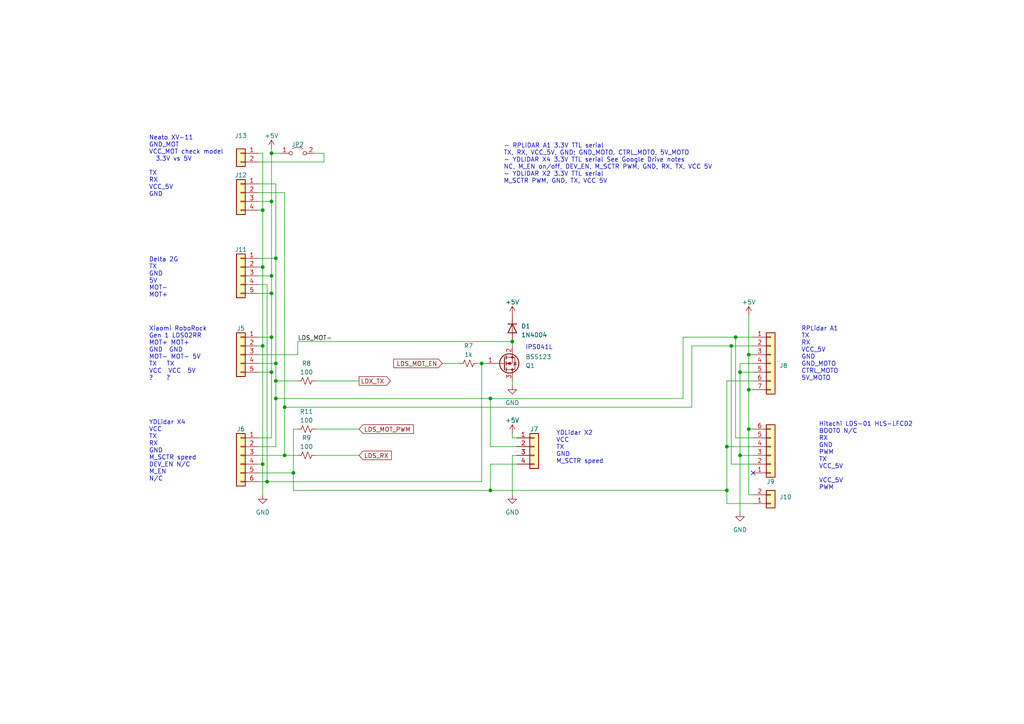
<source format=kicad_sch>
(kicad_sch (version 20230121) (generator eeschema)
  (paper "A4")
  (title_block (title "LDS"))
  (lib_symbols
    (symbol "Connector_Generic:Conn_01x02" (pin_names (offset 1.016) hide)
      (property "Reference" "J" (at 0 2.54 0))
      (property "Value" "Conn_01x02" (at 0 -5.08 0))
      (symbol "Conn_01x02_1_1"
        (rectangle (start -1.27 -2.413) (end 0 -2.667) (stroke (width 0.1524)))
        (rectangle (start -1.27 0.127) (end 0 -0.127) (stroke (width 0.1524)))
        (rectangle (start -1.27 1.27) (end 1.27 -3.81) (stroke (width 0.254)) (fill (type background)))
        (pin passive line (at -5.08 0 0) (length 3.81) (name "Pin_1") (number "1"))
        (pin passive line (at -5.08 -2.54 0) (length 3.81) (name "Pin_2") (number "2"))
      )
    )
    (symbol "Connector_Generic:Conn_01x04" (pin_names (offset 1.016) hide)
      (property "Reference" "J" (at 0 5.08 0))
      (property "Value" "Conn_01x04" (at 0 -7.62 0))
      (symbol "Conn_01x04_1_1"
        (rectangle (start -1.27 -4.953) (end 0 -5.207) (stroke (width 0.1524)))
        (rectangle (start -1.27 -2.413) (end 0 -2.667) (stroke (width 0.1524)))
        (rectangle (start -1.27 0.127) (end 0 -0.127) (stroke (width 0.1524)))
        (rectangle (start -1.27 2.667) (end 0 2.413) (stroke (width 0.1524)))
        (rectangle (start -1.27 3.81) (end 1.27 -6.35) (stroke (width 0.254)) (fill (type background)))
        (pin passive line (at -5.08 2.54 0) (length 3.81) (name "Pin_1") (number "1"))
        (pin passive line (at -5.08 0 0) (length 3.81) (name "Pin_2") (number "2"))
        (pin passive line (at -5.08 -2.54 0) (length 3.81) (name "Pin_3") (number "3"))
        (pin passive line (at -5.08 -5.08 0) (length 3.81) (name "Pin_4") (number "4"))
      )
    )
    (symbol "Connector_Generic:Conn_01x05" (pin_names (offset 1.016) hide)
      (property "Reference" "J" (at 0 7.62 0))
      (property "Value" "Conn_01x05" (at 0 -7.62 0))
      (symbol "Conn_01x05_1_1"
        (rectangle (start -1.27 -4.953) (end 0 -5.207) (stroke (width 0.1524)))
        (rectangle (start -1.27 -2.413) (end 0 -2.667) (stroke (width 0.1524)))
        (rectangle (start -1.27 0.127) (end 0 -0.127) (stroke (width 0.1524)))
        (rectangle (start -1.27 2.667) (end 0 2.413) (stroke (width 0.1524)))
        (rectangle (start -1.27 5.207) (end 0 4.953) (stroke (width 0.1524)))
        (rectangle (start -1.27 6.35) (end 1.27 -6.35) (stroke (width 0.254)) (fill (type background)))
        (pin passive line (at -5.08 5.08 0) (length 3.81) (name "Pin_1") (number "1"))
        (pin passive line (at -5.08 2.54 0) (length 3.81) (name "Pin_2") (number "2"))
        (pin passive line (at -5.08 0 0) (length 3.81) (name "Pin_3") (number "3"))
        (pin passive line (at -5.08 -2.54 0) (length 3.81) (name "Pin_4") (number "4"))
        (pin passive line (at -5.08 -5.08 0) (length 3.81) (name "Pin_5") (number "5"))
      )
    )
    (symbol "Connector_Generic:Conn_01x06" (pin_names (offset 1.016) hide)
      (property "Reference" "J" (at 0 7.62 0))
      (property "Value" "Conn_01x06" (at 0 -10.16 0))
      (symbol "Conn_01x06_1_1"
        (rectangle (start -1.27 -7.493) (end 0 -7.747) (stroke (width 0.1524)))
        (rectangle (start -1.27 -4.953) (end 0 -5.207) (stroke (width 0.1524)))
        (rectangle (start -1.27 -2.413) (end 0 -2.667) (stroke (width 0.1524)))
        (rectangle (start -1.27 0.127) (end 0 -0.127) (stroke (width 0.1524)))
        (rectangle (start -1.27 2.667) (end 0 2.413) (stroke (width 0.1524)))
        (rectangle (start -1.27 5.207) (end 0 4.953) (stroke (width 0.1524)))
        (rectangle (start -1.27 6.35) (end 1.27 -8.89) (stroke (width 0.254)) (fill (type background)))
        (pin passive line (at -5.08 5.08 0) (length 3.81) (name "Pin_1") (number "1"))
        (pin passive line (at -5.08 2.54 0) (length 3.81) (name "Pin_2") (number "2"))
        (pin passive line (at -5.08 0 0) (length 3.81) (name "Pin_3") (number "3"))
        (pin passive line (at -5.08 -2.54 0) (length 3.81) (name "Pin_4") (number "4"))
        (pin passive line (at -5.08 -5.08 0) (length 3.81) (name "Pin_5") (number "5"))
        (pin passive line (at -5.08 -7.62 0) (length 3.81) (name "Pin_6") (number "6"))
      )
    )
    (symbol "Connector_Generic:Conn_01x07" (pin_names (offset 1.016) hide)
      (property "Reference" "J" (at 0 10.16 0))
      (property "Value" "Conn_01x07" (at 0 -10.16 0))
      (symbol "Conn_01x07_1_1"
        (rectangle (start -1.27 -7.493) (end 0 -7.747) (stroke (width 0.1524)))
        (rectangle (start -1.27 -4.953) (end 0 -5.207) (stroke (width 0.1524)))
        (rectangle (start -1.27 -2.413) (end 0 -2.667) (stroke (width 0.1524)))
        (rectangle (start -1.27 0.127) (end 0 -0.127) (stroke (width 0.1524)))
        (rectangle (start -1.27 2.667) (end 0 2.413) (stroke (width 0.1524)))
        (rectangle (start -1.27 5.207) (end 0 4.953) (stroke (width 0.1524)))
        (rectangle (start -1.27 7.747) (end 0 7.493) (stroke (width 0.1524)))
        (rectangle (start -1.27 8.89) (end 1.27 -8.89) (stroke (width 0.254)) (fill (type background)))
        (pin passive line (at -5.08 7.62 0) (length 3.81) (name "Pin_1") (number "1"))
        (pin passive line (at -5.08 5.08 0) (length 3.81) (name "Pin_2") (number "2"))
        (pin passive line (at -5.08 2.54 0) (length 3.81) (name "Pin_3") (number "3"))
        (pin passive line (at -5.08 0 0) (length 3.81) (name "Pin_4") (number "4"))
        (pin passive line (at -5.08 -2.54 0) (length 3.81) (name "Pin_5") (number "5"))
        (pin passive line (at -5.08 -5.08 0) (length 3.81) (name "Pin_6") (number "6"))
        (pin passive line (at -5.08 -7.62 0) (length 3.81) (name "Pin_7") (number "7"))
      )
    )
    (symbol "Device:D" (pin_numbers hide) (pin_names (offset 1.016) hide)
      (property "Reference" "D" (at 0 2.54 0))
      (property "Value" "D" (at 0 -2.54 0))
      (symbol "D_0_1"
        (polyline (pts (xy -1.27 1.27) (xy -1.27 -1.27)) (stroke (width 0.254)))
        (polyline (pts (xy 1.27 0) (xy -1.27 0)))
        (polyline (pts (xy 1.27 1.27) (xy 1.27 -1.27) (xy -1.27 0) (xy 1.27 1.27)) (stroke (width 0.254)))
      )
      (symbol "D_1_1"
        (pin passive line (at -3.81 0 0) (length 2.54) (name "K") (number "1"))
        (pin passive line (at 3.81 0 180) (length 2.54) (name "A") (number "2"))
      )
    )
    (symbol "Device:R_Small_US" (pin_numbers hide) (pin_names (offset 0.254) hide)
      (property "Reference" "R" (at 0.762 0.508 0))
      (property "Value" "R_Small_US" (at 0.762 -1.016 0))
      (symbol "R_Small_US_1_1"
        (polyline (pts (xy 0 0) (xy 1.016 -0.381) (xy 0 -0.762) (xy -1.016 -1.143) (xy 0 -1.524)))
        (polyline (pts (xy 0 1.524) (xy 1.016 1.143) (xy 0 0.762) (xy -1.016 0.381) (xy 0 0)))
        (pin passive line (at 0 2.54 270) (length 1.016) (name "~") (number "1"))
        (pin passive line (at 0 -2.54 90) (length 1.016) (name "~") (number "2"))
      )
    )
    (symbol "Jumper:Jumper_2_Open" (pin_names (offset 0) hide)
      (property "Reference" "JP" (at 0 2.794 0))
      (property "Value" "Jumper_2_Open" (at 0 -2.286 0))
      (symbol "Jumper_2_Open_0_0"
        (circle (center -2.032 0) (radius 0.508))
        (circle (center 2.032 0) (radius 0.508))
      )
      (symbol "Jumper_2_Open_0_1"
        (arc (start 1.524 1.27) (mid 0 1.778) (end -1.524 1.27))
      )
      (symbol "Jumper_2_Open_1_1"
        (pin passive line (at -5.08 0 0) (length 2.54) (name "A") (number "1"))
        (pin passive line (at 5.08 0 180) (length 2.54) (name "B") (number "2"))
      )
    )
    (symbol "Transistor_FET:BSS123" (pin_names hide)
      (property "Reference" "Q" (at 5.08 1.905 0))
      (property "Value" "BSS123" (at 5.08 0 0))
      (symbol "BSS123_0_1"
        (polyline (pts (xy 0.254 0) (xy -2.54 0)))
        (polyline (pts (xy 0.254 1.905) (xy 0.254 -1.905)) (stroke (width 0.254)))
        (polyline (pts (xy 0.762 -1.27) (xy 0.762 -2.286)) (stroke (width 0.254)))
        (polyline (pts (xy 0.762 0.508) (xy 0.762 -0.508)) (stroke (width 0.254)))
        (polyline (pts (xy 0.762 2.286) (xy 0.762 1.27)) (stroke (width 0.254)))
        (polyline (pts (xy 2.54 2.54) (xy 2.54 1.778)))
        (polyline (pts (xy 2.54 -2.54) (xy 2.54 0) (xy 0.762 0)))
        (polyline (pts (xy 0.762 -1.778) (xy 3.302 -1.778) (xy 3.302 1.778) (xy 0.762 1.778)))
        (polyline (pts (xy 1.016 0) (xy 2.032 0.381) (xy 2.032 -0.381) (xy 1.016 0)) (fill (type outline)))
        (polyline (pts (xy 2.794 0.508) (xy 2.921 0.381) (xy 3.683 0.381) (xy 3.81 0.254)))
        (polyline (pts (xy 3.302 0.381) (xy 2.921 -0.254) (xy 3.683 -0.254) (xy 3.302 0.381)))
        (circle (center 1.651 0) (radius 2.794) (stroke (width 0.254)))
        (circle (center 2.54 -1.778) (radius 0.254) (fill (type outline)))
        (circle (center 2.54 1.778) (radius 0.254) (fill (type outline)))
      )
      (symbol "BSS123_1_1"
        (pin input line (at -5.08 0 0) (length 2.54) (name "G") (number "1"))
        (pin passive line (at 2.54 -5.08 90) (length 2.54) (name "S") (number "2"))
        (pin passive line (at 2.54 5.08 270) (length 2.54) (name "D") (number "3"))
      )
    )
    (symbol "power:+5V" (power) (pin_names (offset 0))
      (property "Value" "+5V" (at 0 3.556 0))
      (symbol "+5V_0_1"
        (polyline (pts (xy -0.762 1.27) (xy 0 2.54)))
        (polyline (pts (xy 0 0) (xy 0 2.54)))
        (polyline (pts (xy 0 2.54) (xy 0.762 1.27)))
      )
      (symbol "+5V_1_1"
        (pin power_in line (at 0 0 90) (length 0) hide (name "+5V") (number "1"))
      )
    )
    (symbol "power:GND" (power) (pin_names (offset 0))
      (property "Value" "GND" (at 0 -3.81 0))
      (symbol "GND_0_1"
        (polyline (pts (xy 0 0) (xy 0 -1.27) (xy 1.27 -1.27) (xy 0 -2.54) (xy -1.27 -1.27) (xy 0 -1.27)))
      )
      (symbol "GND_1_1"
        (pin power_in line (at 0 0 270) (length 0) hide (name "GND") (number "1"))
      )
    )
  )
  (junction (at 214.63 132.08))
  (junction (at 78.74 97.79))
  (junction (at 78.74 58.42))
  (junction (at 78.74 107.95))
  (junction (at 217.17 124.46))
  (junction (at 217.17 102.87))
  (junction (at 142.24 115.57))
  (junction (at 210.82 142.24))
  (junction (at 142.24 142.24))
  (junction (at 210.82 129.54))
  (junction (at 80.01 110.49))
  (junction (at 82.55 132.08))
  (junction (at 76.2 60.96))
  (junction (at 139.7 105.41))
  (junction (at 82.55 118.11))
  (junction (at 76.2 77.47))
  (junction (at 80.01 105.41))
  (junction (at 214.63 107.95))
  (junction (at 78.74 44.45))
  (junction (at 76.2 100.33))
  (junction (at 78.74 85.09))
  (junction (at 148.59 99.06))
  (junction (at 77.47 139.7))
  (junction (at 76.2 134.62))
  (junction (at 212.09 100.33))
  (junction (at 213.36 97.79))
  (junction (at 80.01 115.57))
  (junction (at 80.01 74.93))
  (junction (at 78.74 80.01))
  (junction (at 217.17 113.03))
  (junction (at 85.09 137.16))
  (no_connect (at 218.44 137.16))
  (wire (pts (xy 74.93 80.01) (xy 78.74 80.01)))
  (wire (pts (xy 214.63 105.41) (xy 214.63 107.95)))
  (wire (pts (xy 78.74 85.09) (xy 78.74 97.79)))
  (wire (pts (xy 74.93 107.95) (xy 78.74 107.95)))
  (wire (pts (xy 77.47 139.7) (xy 139.7 139.7)))
  (wire (pts (xy 74.93 55.88) (xy 82.55 55.88)))
  (wire (pts (xy 91.44 124.46) (xy 104.14 124.46)))
  (wire (pts (xy 80.01 74.93) (xy 80.01 53.34)))
  (wire (pts (xy 85.09 137.16) (xy 85.09 124.46)))
  (wire (pts (xy 210.82 129.54) (xy 218.44 129.54)))
  (wire (pts (xy 80.01 105.41) (xy 80.01 74.93)))
  (wire (pts (xy 82.55 132.08) (xy 82.55 118.11)))
  (wire (pts (xy 214.63 107.95) (xy 214.63 132.08)))
  (wire (pts (xy 142.24 129.54) (xy 142.24 115.57)))
  (wire (pts (xy 148.59 125.73) (xy 148.59 127)))
  (wire (pts (xy 200.66 118.11) (xy 200.66 100.33)))
  (wire (pts (xy 91.44 44.45) (xy 93.98 44.45)))
  (wire (pts (xy 142.24 142.24) (xy 210.82 142.24)))
  (wire (pts (xy 74.93 134.62) (xy 76.2 134.62)))
  (wire (pts (xy 80.01 110.49) (xy 80.01 105.41)))
  (wire (pts (xy 76.2 60.96) (xy 76.2 44.45)))
  (wire (pts (xy 128.27 105.41) (xy 133.35 105.41)))
  (wire (pts (xy 217.17 124.46) (xy 218.44 124.46)))
  (wire (pts (xy 148.59 127) (xy 149.86 127)))
  (wire (pts (xy 218.44 146.05) (xy 210.82 146.05)))
  (wire (pts (xy 76.2 100.33) (xy 76.2 134.62)))
  (wire (pts (xy 218.44 105.41) (xy 214.63 105.41)))
  (wire (pts (xy 74.93 100.33) (xy 76.2 100.33)))
  (wire (pts (xy 74.93 85.09) (xy 78.74 85.09)))
  (wire (pts (xy 78.74 80.01) (xy 78.74 85.09)))
  (wire (pts (xy 74.93 82.55) (xy 77.47 82.55)))
  (wire (pts (xy 142.24 134.62) (xy 149.86 134.62)))
  (wire (pts (xy 212.09 100.33) (xy 218.44 100.33)))
  (wire (pts (xy 210.82 110.49) (xy 210.82 129.54)))
  (wire (pts (xy 74.93 58.42) (xy 78.74 58.42)))
  (wire (pts (xy 77.47 139.7) (xy 77.47 82.55)))
  (wire (pts (xy 76.2 100.33) (xy 76.2 77.47)))
  (wire (pts (xy 148.59 110.49) (xy 148.59 111.76)))
  (wire (pts (xy 210.82 146.05) (xy 210.82 142.24)))
  (wire (pts (xy 142.24 142.24) (xy 142.24 134.62)))
  (wire (pts (xy 78.74 107.95) (xy 78.74 127)))
  (wire (pts (xy 217.17 102.87) (xy 217.17 113.03)))
  (wire (pts (xy 74.93 139.7) (xy 77.47 139.7)))
  (wire (pts (xy 80.01 115.57) (xy 142.24 115.57)))
  (wire (pts (xy 210.82 129.54) (xy 210.82 142.24)))
  (wire (pts (xy 138.43 105.41) (xy 139.7 105.41)))
  (wire (pts (xy 217.17 143.51) (xy 218.44 143.51)))
  (wire (pts (xy 217.17 124.46) (xy 217.17 143.51)))
  (wire (pts (xy 213.36 97.79) (xy 218.44 97.79)))
  (wire (pts (xy 210.82 110.49) (xy 218.44 110.49)))
  (wire (pts (xy 200.66 100.33) (xy 212.09 100.33)))
  (wire (pts (xy 214.63 107.95) (xy 218.44 107.95)))
  (wire (pts (xy 212.09 100.33) (xy 212.09 134.62)))
  (wire (pts (xy 78.74 58.42) (xy 78.74 80.01)))
  (wire (pts (xy 74.93 129.54) (xy 80.01 129.54)))
  (wire (pts (xy 212.09 134.62) (xy 218.44 134.62)))
  (wire (pts (xy 74.93 46.99) (xy 93.98 46.99)))
  (wire (pts (xy 74.93 44.45) (xy 76.2 44.45)))
  (wire (pts (xy 213.36 97.79) (xy 213.36 127)))
  (wire (pts (xy 82.55 132.08) (xy 86.36 132.08)))
  (wire (pts (xy 85.09 137.16) (xy 85.09 142.24)))
  (wire (pts (xy 214.63 132.08) (xy 218.44 132.08)))
  (wire (pts (xy 78.74 43.18) (xy 78.74 44.45)))
  (wire (pts (xy 86.36 99.06) (xy 148.59 99.06)))
  (wire (pts (xy 85.09 124.46) (xy 86.36 124.46)))
  (wire (pts (xy 78.74 97.79) (xy 78.74 107.95)))
  (wire (pts (xy 217.17 102.87) (xy 218.44 102.87)))
  (wire (pts (xy 78.74 44.45) (xy 78.74 58.42)))
  (wire (pts (xy 82.55 118.11) (xy 200.66 118.11)))
  (wire (pts (xy 80.01 115.57) (xy 80.01 129.54)))
  (wire (pts (xy 149.86 129.54) (xy 142.24 129.54)))
  (wire (pts (xy 74.93 137.16) (xy 85.09 137.16)))
  (wire (pts (xy 74.93 60.96) (xy 76.2 60.96)))
  (wire (pts (xy 142.24 115.57) (xy 198.12 115.57)))
  (wire (pts (xy 93.98 46.99) (xy 93.98 44.45)))
  (wire (pts (xy 85.09 142.24) (xy 142.24 142.24)))
  (wire (pts (xy 74.93 102.87) (xy 86.36 102.87)))
  (wire (pts (xy 218.44 127) (xy 213.36 127)))
  (wire (pts (xy 80.01 110.49) (xy 86.36 110.49)))
  (wire (pts (xy 86.36 102.87) (xy 86.36 99.06)))
  (wire (pts (xy 139.7 105.41) (xy 139.7 139.7)))
  (wire (pts (xy 80.01 110.49) (xy 80.01 115.57)))
  (wire (pts (xy 148.59 132.08) (xy 148.59 143.51)))
  (wire (pts (xy 198.12 97.79) (xy 213.36 97.79)))
  (wire (pts (xy 74.93 132.08) (xy 82.55 132.08)))
  (wire (pts (xy 74.93 97.79) (xy 78.74 97.79)))
  (wire (pts (xy 82.55 118.11) (xy 82.55 55.88)))
  (wire (pts (xy 91.44 132.08) (xy 104.14 132.08)))
  (wire (pts (xy 74.93 74.93) (xy 80.01 74.93)))
  (wire (pts (xy 80.01 105.41) (xy 74.93 105.41)))
  (wire (pts (xy 217.17 91.44) (xy 217.17 102.87)))
  (wire (pts (xy 148.59 99.06) (xy 148.59 100.33)))
  (wire (pts (xy 76.2 134.62) (xy 76.2 143.51)))
  (wire (pts (xy 91.44 110.49) (xy 104.14 110.49)))
  (wire (pts (xy 198.12 115.57) (xy 198.12 97.79)))
  (wire (pts (xy 214.63 132.08) (xy 214.63 148.59)))
  (wire (pts (xy 217.17 113.03) (xy 217.17 124.46)))
  (wire (pts (xy 74.93 77.47) (xy 76.2 77.47)))
  (wire (pts (xy 149.86 132.08) (xy 148.59 132.08)))
  (wire (pts (xy 139.7 105.41) (xy 140.97 105.41)))
  (wire (pts (xy 76.2 60.96) (xy 76.2 77.47)))
  (wire (pts (xy 217.17 113.03) (xy 218.44 113.03)))
  (wire (pts (xy 74.93 127) (xy 78.74 127)))
  (wire (pts (xy 74.93 53.34) (xy 80.01 53.34)))
  (wire (pts (xy 78.74 44.45) (xy 81.28 44.45)))
  (text "- RPLIDAR A1 3.3V TTL serial\nTX, RX, VCC_5V, GND; GND_MOTO, CTRL_MOTO, 5V_MOTO\n- YDLIDAR X4 3.3V TTL serial See Google Drive notes\nNC, M_EN on/off, DEV_EN, M_SCTR PWM, GND, RX, TX, VCC 5V\n- YDLIDAR X2 3.3V TTL serial\nM_SCTR PWM, GND, TX, VCC 5V" (at 146.05 53.34 0) (effects (font (size 1.27 1.27)) (justify left bottom)))
  (text "YDLidar X2\nVCC\nTX\nGND\nM_SCTR speed" (at 161.29 134.62 0) (effects (font (size 1.27 1.27)) (justify left bottom)))
  (text "YDLidar X4\nVCC\nTX\nRX\nGND\nM_SCTR speed\nDEV_EN N/C\nM_EN\nN/C" (at 43.18 139.7 0) (effects (font (size 1.27 1.27)) (justify left bottom)))
  (text "IPS041L" (at 152.4 101.6 0) (effects (font (size 1.27 1.27)) (justify left bottom)))
  (text "Delta 2G\nTX\nGND\n5V\nMOT-\nMOT+" (at 43.18 86.36 0) (effects (font (size 1.27 1.27)) (justify left bottom)))
  (text "Neato XV-11\nGND_MOT\nVCC_MOT check model\n  3.3V vs 5V\n\nTX\nRX\nVCC_5V\nGND" (at 43.18 57.15 0) (effects (font (size 1.27 1.27)) (justify left bottom)))
  (text "RPLidar A1\nTX\nRX\nVCC_5V\nGND\nGND_MOTO\nCTRL_MOTO\n5V_MOTO" (at 232.41 110.49 0) (effects (font (size 1.27 1.27)) (justify left bottom)))
  (text "Xiaomi RoboRock\nGen 1 LDS02RR\nMOT+ MOT+\nGND  GND\nMOT- MOT- 5V\nTX   TX\nVCC  VCC  5V\n?    ?" (at 43.18 110.49 0) (effects (font (size 1.27 1.27)) (justify left bottom)))
  (text "Hitachi LDS-01 HLS-LFCD2\nBOOT0 N/C\nRX\nGND\nPWM\nTX\nVCC_5V\n\nVCC_5V\nPWM\n" (at 237.49 142.24 0) (effects (font (size 1.27 1.27)) (justify left bottom)))
  (label "LDS_MOT-" (at 86.36 99.06 0))
  (global_label "LDS_RX" (shape input) (at 104.14 132.08 0) (property "Intersheetrefs" "${INTERSHEET_REFS}" (effects hide)))
  (global_label "LDS_MOT_EN" (shape input) (at 128.27 105.41 180) (property "Intersheetrefs" "${INTERSHEET_REFS}" (effects hide)))
  (global_label "LDS_MOT_PWM" (shape input) (at 104.14 124.46 0) (property "Intersheetrefs" "${INTERSHEET_REFS}" (effects hide)))
  (global_label "LDX_TX" (shape output) (at 104.14 110.49 0) (property "Intersheetrefs" "${INTERSHEET_REFS}" (effects hide)))
  (symbol (lib_id "Connector_Generic:Conn_01x02") (at 69.85 44.45 0) (mirror y) (unit 1)
    (property "Reference" "J13" (at 69.85 39.37 0))
    (property "Value" "Conn_01x02" (effects hide))
    (instances (project "Kaia_v2" (path "" (reference "J13") (unit 1)) (path "" (reference "J5") (unit 1))))
  )
  (symbol (lib_id "Jumper:Jumper_2_Open") (at 86.36 44.45 0) (unit 1)
    (property "Reference" "JP2" (at 86.36 41.91 0))
    (property "Value" "Jumper_2_Open" (effects hide))
  )
  (symbol (lib_id "Connector_Generic:Conn_01x02") (at 223.52 146.05 0) (mirror x) (unit 1)
    (property "Reference" "J10" (at 226.06 144.145 0) (effects (justify left)))
    (property "Value" "Conn_01x02" (effects hide))
    (instances (project "Kaia_v2" (path "" (reference "J10") (unit 1)) (path "" (reference "J13") (unit 1))))
  )
  (symbol (lib_id "power:GND") (at 214.63 148.59 0) (unit 1)
    (property "Reference" "#PWR029" (effects hide))
    (property "Value" "GND" (at 214.63 153.67 0))
    (instances (project "Kaia_v2" (path "" (reference "#PWR029") (unit 1)) (path "" (reference "#PWR028") (unit 1))))
  )
  (symbol (lib_id "power:+5V") (at 217.17 91.44 0) (unit 1)
    (property "Reference" "#PWR028" (effects hide))
    (property "Value" "+5V" (at 217.17 87.63 0))
    (instances (project "Kaia_v2" (path "" (reference "#PWR028") (unit 1)) (path "" (reference "#PWR029") (unit 1))))
  )
  (symbol (lib_id "power:GND") (at 148.59 111.76 0) (unit 1)
    (property "Reference" "#PWR022" (effects hide))
    (property "Value" "GND" (at 148.59 116.84 0))
    (instances (project "Kaia_v2" (path "" (reference "#PWR022") (unit 1)) (path "" (reference "#PWR025") (unit 1))))
  )
  (symbol (lib_id "Connector_Generic:Conn_01x05") (at 69.85 102.87 0) (mirror y) (unit 1)
    (property "Reference" "J5" (at 69.85 95.25 0))
    (property "Value" "Conn_01x05" (effects hide))
    (instances (project "Kaia_v2" (path "" (reference "J5") (unit 1)) (path "" (reference "J8") (unit 1))))
  )
  (symbol (lib_id "Device:D") (at 148.59 95.25 270) (unit 1)
    (property "Reference" "D1" (at 151.13 94.615 90) (effects (justify left)))
    (property "Value" "1N4004" (at 151.13 97.155 90) (effects (justify left)))
    (property "Sim.Device" "D" (effects hide))
    (property "Sim.Pins" "1=K 2=A" (effects hide))
  )
  (symbol (lib_id "power:GND") (at 76.2 143.51 0) (unit 1)
    (property "Reference" "#PWR025" (effects hide))
    (property "Value" "GND" (at 76.2 148.59 0))
    (instances (project "Kaia_v2" (path "" (reference "#PWR025") (unit 1)) (path "" (reference "#PWR020") (unit 1))))
  )
  (symbol (lib_id "Device:R_Small_US") (at 88.9 110.49 270) (unit 1)
    (property "Reference" "R8" (at 88.9 105.41 90))
    (property "Value" "100" (at 88.9 107.95 90))
    (instances (project "Kaia_v2" (path "" (reference "R8") (unit 1)) (path "" (reference "R7") (unit 1))))
  )
  (symbol (lib_id "power:GND") (at 148.59 143.51 0) (unit 1)
    (property "Reference" "#PWR027" (effects hide))
    (property "Value" "GND" (at 148.59 148.59 0))
  )
  (symbol (lib_id "Connector_Generic:Conn_01x04") (at 69.85 55.88 0) (mirror y) (unit 1)
    (property "Reference" "J12" (at 69.85 50.8 0))
    (property "Value" "Conn_01x04" (effects hide))
    (instances (project "Kaia_v2" (path "" (reference "J12") (unit 1)) (path "" (reference "J6") (unit 1))))
  )
  (symbol (lib_id "Device:R_Small_US") (at 88.9 132.08 270) (unit 1)
    (property "Reference" "R9" (at 88.9 127 90))
    (property "Value" "100" (at 88.9 129.54 90))
  )
  (symbol (lib_id "Connector_Generic:Conn_01x04") (at 154.94 129.54 0) (unit 1)
    (property "Reference" "J7" (at 154.94 124.46 0))
    (property "Value" "Conn_01x04" (effects hide))
    (instances (project "Kaia_v2" (path "" (reference "J7") (unit 1)) (path "" (reference "J10") (unit 1))))
  )
  (symbol (lib_id "Transistor_FET:BSS123") (at 146.05 105.41 0) (mirror x) (unit 1)
    (property "Reference" "Q1" (at 152.4 106.045 0) (effects (justify left)))
    (property "Value" "BSS123" (at 152.4 103.505 0) (effects (justify left)))
    (property "Footprint" "Package_TO_SOT_SMD:SOT-23" (effects hide))
    (property "Datasheet" "http://www.diodes.com/assets/Datasheets/ds30366.pdf" (effects hide))
  )
  (symbol (lib_id "Device:R_Small_US") (at 88.9 124.46 270) (unit 1)
    (property "Reference" "R11" (at 88.9 119.38 90))
    (property "Value" "100" (at 88.9 121.92 90))
    (instances (project "Kaia_v2" (path "" (reference "R11") (unit 1)) (path "" (reference "R8") (unit 1))))
  )
  (symbol (lib_id "Connector_Generic:Conn_01x07") (at 223.52 105.41 0) (unit 1)
    (property "Reference" "J8" (at 226.06 106.045 0) (effects (justify left)))
    (property "Value" "Conn_01x07" (effects hide))
    (instances (project "Kaia_v2" (path "" (reference "J8") (unit 1)) (path "" (reference "J11") (unit 1))))
  )
  (symbol (lib_id "Connector_Generic:Conn_01x06") (at 223.52 132.08 0) (mirror x) (unit 1)
    (property "Reference" "J9" (at 223.52 139.7 0))
    (property "Value" "Conn_01x06" (effects hide))
    (instances (project "Kaia_v2" (path "" (reference "J9") (unit 1)) (path "" (reference "J12") (unit 1))))
  )
  (symbol (lib_id "Connector_Generic:Conn_01x05") (at 69.85 80.01 0) (mirror y) (unit 1)
    (property "Reference" "J11" (at 69.85 72.39 0))
    (property "Value" "Conn_01x05" (effects hide))
    (instances (project "Kaia_v2" (path "" (reference "J11") (unit 1)) (path "" (reference "J7") (unit 1))))
  )
  (symbol (lib_id "power:+5V") (at 148.59 125.73 0) (unit 1)
    (property "Reference" "#PWR026" (effects hide))
    (property "Value" "+5V" (at 148.59 121.92 0))
  )
  (symbol (lib_id "power:+5V") (at 148.59 91.44 0) (unit 1)
    (property "Reference" "#PWR023" (effects hide))
    (property "Value" "+5V" (at 148.59 87.63 0))
  )
  (symbol (lib_id "Device:R_Small_US") (at 135.89 105.41 270) (unit 1)
    (property "Reference" "R7" (at 135.89 100.33 90))
    (property "Value" "1k" (at 135.89 102.87 90))
    (instances (project "Kaia_v2" (path "" (reference "R7") (unit 1)) (path "" (reference "R11") (unit 1))))
  )
  (symbol (lib_id "power:+5V") (at 78.74 43.18 0) (unit 1)
    (property "Reference" "#PWR020" (effects hide))
    (property "Value" "+5V" (at 78.74 39.37 0))
    (instances (project "Kaia_v2" (path "" (reference "#PWR020") (unit 1)) (path "" (reference "#PWR022") (unit 1))))
  )
  (symbol (lib_id "Connector_Generic:Conn_01x06") (at 69.85 132.08 0) (mirror y) (unit 1)
    (property "Reference" "J6" (at 69.85 124.46 0))
    (property "Value" "Conn_01x06" (effects hide))
    (instances (project "Kaia_v2" (path "" (reference "J6") (unit 1)) (path "" (reference "J9") (unit 1))))
  )
)
</source>
